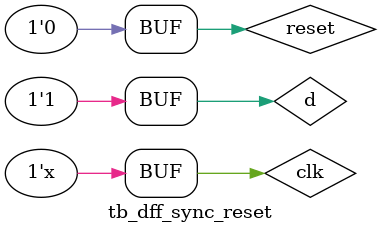
<source format=v>
`timescale 1ns / 1ps


module tb_dff_sync_reset;

	// Inputs
	reg d;
	reg clk;
	reg reset;

	// Outputs
	wire q;

	// Instantiate the Unit Under Test (UUT)
	dff_sync_reset uut (
		.d(d), 
		.clk(clk), 
		.reset(reset), 
		.q(q)
	);

	initial clk = 0;
	always #10 clk =~clk;
	
	initial begin
		// Initialize Inputs
		d = 0;
		reset = 1;

		// Wait 100 ns for global reset to finish
		#100;
      d = 1;
		// Add stimulus here
		#100;
      reset = 0;
	end
      
endmodule


</source>
